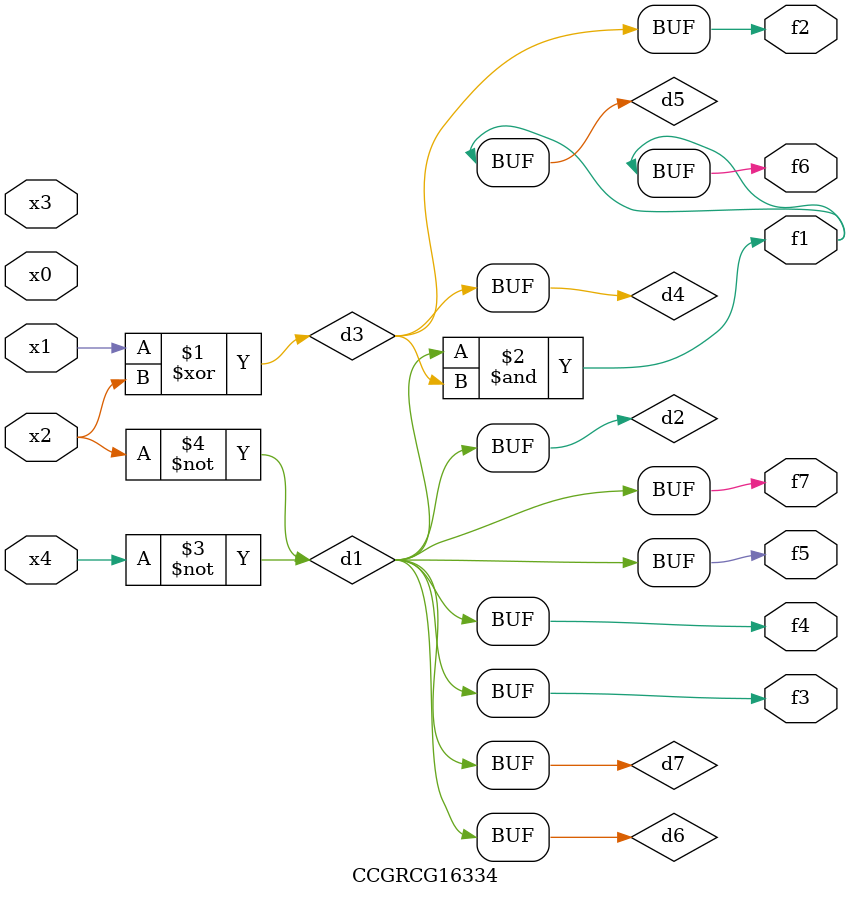
<source format=v>
module CCGRCG16334(
	input x0, x1, x2, x3, x4,
	output f1, f2, f3, f4, f5, f6, f7
);

	wire d1, d2, d3, d4, d5, d6, d7;

	not (d1, x4);
	not (d2, x2);
	xor (d3, x1, x2);
	buf (d4, d3);
	and (d5, d1, d3);
	buf (d6, d1, d2);
	buf (d7, d2);
	assign f1 = d5;
	assign f2 = d4;
	assign f3 = d7;
	assign f4 = d7;
	assign f5 = d7;
	assign f6 = d5;
	assign f7 = d7;
endmodule

</source>
